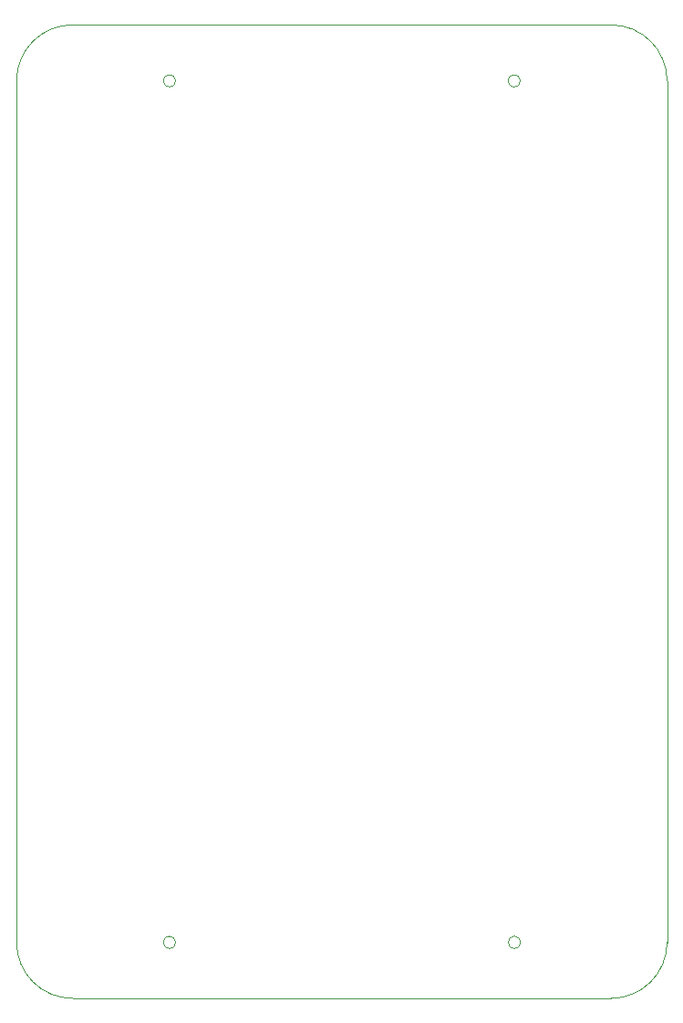
<source format=gbr>
%TF.GenerationSoftware,KiCad,Pcbnew,8.0.1*%
%TF.CreationDate,2024-05-18T20:09:52+02:00*%
%TF.ProjectId,STM32H7B0_devboard,53544d33-3248-4374-9230-5f646576626f,rev?*%
%TF.SameCoordinates,Original*%
%TF.FileFunction,Profile,NP*%
%FSLAX46Y46*%
G04 Gerber Fmt 4.6, Leading zero omitted, Abs format (unit mm)*
G04 Created by KiCad (PCBNEW 8.0.1) date 2024-05-18 20:09:52*
%MOMM*%
%LPD*%
G01*
G04 APERTURE LIST*
%TA.AperFunction,Profile*%
%ADD10C,0.050000*%
%TD*%
G04 APERTURE END LIST*
D10*
X114800000Y-120000000D02*
X114800000Y-40000000D01*
X161576000Y-40000000D02*
G75*
G02*
X160424000Y-40000000I-576000J0D01*
G01*
X160424000Y-40000000D02*
G75*
G02*
X161576000Y-40000000I576000J0D01*
G01*
X170000000Y-125200000D02*
X120000000Y-125200000D01*
X120000000Y-34800000D02*
X170000000Y-34800000D01*
X161600000Y-120000000D02*
G75*
G02*
X160448000Y-120000000I-576000J0D01*
G01*
X160448000Y-120000000D02*
G75*
G02*
X161600000Y-120000000I576000J0D01*
G01*
X114800000Y-40000000D02*
G75*
G02*
X120000000Y-34800000I5200000J0D01*
G01*
X129576000Y-120000000D02*
G75*
G02*
X128424000Y-120000000I-576000J0D01*
G01*
X128424000Y-120000000D02*
G75*
G02*
X129576000Y-120000000I576000J0D01*
G01*
X175200000Y-120000000D02*
G75*
G02*
X170000000Y-125200000I-5200000J0D01*
G01*
X120000000Y-125200000D02*
G75*
G02*
X114800000Y-120000000I0J5200000D01*
G01*
X129576000Y-40000000D02*
G75*
G02*
X128424000Y-40000000I-576000J0D01*
G01*
X128424000Y-40000000D02*
G75*
G02*
X129576000Y-40000000I576000J0D01*
G01*
X175200000Y-40000000D02*
X175200000Y-120000000D01*
X170000000Y-34800000D02*
G75*
G02*
X175200000Y-40000000I0J-5200000D01*
G01*
M02*

</source>
